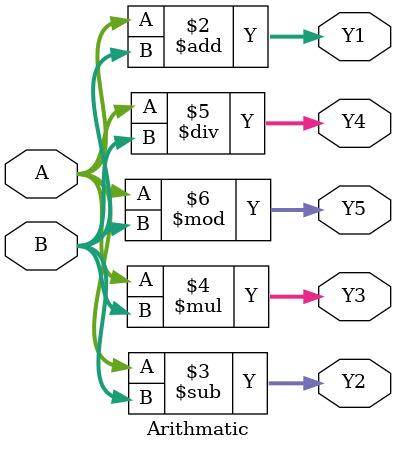
<source format=v>
module Arithmatic (
    input [2:0] A, B,
    output reg [7:0] Y1, Y2, Y3, Y4, Y5
);

    always @* begin
        Y1 = A + B;
        Y2 = A - B;
        Y3 = A * B;
        Y4 = A / B;
        Y5 = A % B;
    end

endmodule

</source>
